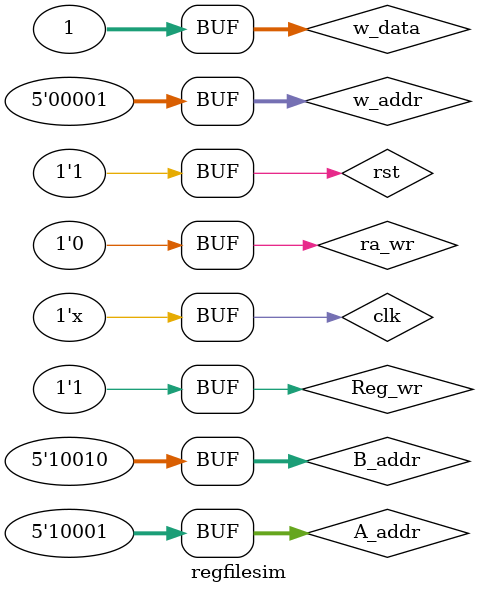
<source format=v>
`timescale 1ns / 1ps


module regfilesim;

	// Inputs
	reg clk;
	reg rst;
	reg [31:0] w_data;
	reg [4:0] A_addr;
	reg [4:0] B_addr;
	reg [4:0] w_addr;
	reg ra_wr;
	reg Reg_wr;

	// Outputs
	wire [31:0] A_data;
	wire [31:0] B_data;

	// Instantiate the Unit Under Test (UUT)
	regfile uut (
		.clk(clk), 
		.rst(rst), 
		.A_data(A_data), 
		.B_data(B_data), 
		.w_data(w_data), 
		.A_addr(A_addr), 
		.B_addr(B_addr), 
		.w_addr(w_addr), 
		.ra_wr(ra_wr), 
		.Reg_wr(Reg_wr)
	);
always #10 clk=~clk;
	initial begin
		// Initialize Inputs
		clk = 0;
		rst = 0;
		w_data = 0;
		A_addr = 0;
		B_addr = 0;
		w_addr = 0;
		ra_wr = 0;
		Reg_wr = 0;

		// Wait 100 ns for global reset to finish
		#100;
		rst = 1;
		w_data = 32'b1;
		A_addr = 32'b10001;
		B_addr = 32'b10010;
		w_addr = 32'b1;
		ra_wr = 0;
		Reg_wr = 1;
        
		// Add stimulus here

	end
      
endmodule


</source>
